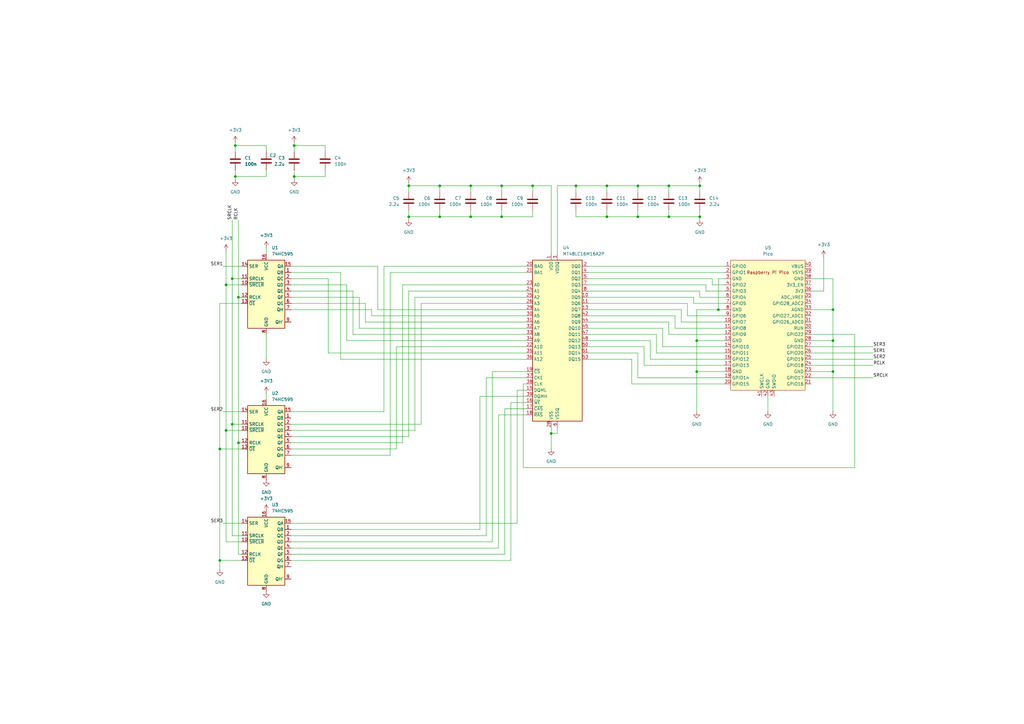
<source format=kicad_sch>
(kicad_sch (version 20231120) (generator "eeschema") (generator_version "8.0")
  (paper "A3")
  (lib_symbols
    (symbol "74xx:74HC595"
      (property "Reference" "U" (at -7.62 13.97 0))
      (property "Value" "74HC595" (at -7.62 -16.51 0))
      (symbol "74HC595_1_0"
        (pin tri_state line (at 10.16 7.62 180) (length 2.54) (name "QB") (number "1"))
        (pin input line (at -10.16 2.54 0) (length 2.54) (name "~{SRCLR}") (number "10"))
        (pin input line (at -10.16 5.08 0) (length 2.54) (name "SRCLK") (number "11"))
        (pin input line (at -10.16 -2.54 0) (length 2.54) (name "RCLK") (number "12"))
        (pin input line (at -10.16 -5.08 0) (length 2.54) (name "~{OE}") (number "13"))
        (pin input line (at -10.16 10.16 0) (length 2.54) (name "SER") (number "14"))
        (pin tri_state line (at 10.16 10.16 180) (length 2.54) (name "QA") (number "15"))
        (pin power_in line (at 0 15.24 270) (length 2.54) (name "VCC") (number "16"))
        (pin tri_state line (at 10.16 5.08 180) (length 2.54) (name "QC") (number "2"))
        (pin tri_state line (at 10.16 2.54 180) (length 2.54) (name "QD") (number "3"))
        (pin tri_state line (at 10.16 0 180) (length 2.54) (name "QE") (number "4"))
        (pin tri_state line (at 10.16 -2.54 180) (length 2.54) (name "QF") (number "5"))
        (pin tri_state line (at 10.16 -5.08 180) (length 2.54) (name "QG") (number "6"))
        (pin tri_state line (at 10.16 -7.62 180) (length 2.54) (name "QH") (number "7"))
        (pin power_in line (at 0 -17.78 90) (length 2.54) (name "GND") (number "8"))
        (pin output line (at 10.16 -12.7 180) (length 2.54) (name "QH'") (number "9"))
      )
      (symbol "74HC595_1_1"
        (rectangle (start -7.62 12.7) (end 7.62 -15.24) (stroke (width 0.254)) (fill (type background)))
      )
    )
    (symbol "Device:C" (pin_numbers hide) (pin_names (offset 0.254))
      (property "Reference" "C" (at 0.635 2.54 0))
      (property "Value" "C" (at 0.635 -2.54 0))
      (symbol "C_0_1"
        (polyline (pts (xy -2.032 -0.762) (xy 2.032 -0.762)) (stroke (width 0.508)))
        (polyline (pts (xy -2.032 0.762) (xy 2.032 0.762)) (stroke (width 0.508)))
      )
      (symbol "C_1_1"
        (pin passive line (at 0 3.81 270) (length 2.794) (name "~") (number "1"))
        (pin passive line (at 0 -3.81 90) (length 2.794) (name "~") (number "2"))
      )
    )
    (symbol "MCU_RaspberryPi_and_Boards:Pico"
      (property "Reference" "U" (at -13.97 27.94 0))
      (property "Value" "Pico" (at 0 19.05 0))
      (symbol "Pico_0_0"
        (text "Raspberry Pi Pico" (at 0 21.59 0) (effects (font (size 1.27 1.27))))
      )
      (symbol "Pico_0_1"
        (rectangle (start -15.24 26.67) (end 15.24 -26.67) (fill (type background)))
      )
      (symbol "Pico_1_1"
        (pin bidirectional line (at -17.78 24.13 0) (length 2.54) (name "GPIO0") (number "1"))
        (pin bidirectional line (at -17.78 1.27 0) (length 2.54) (name "GPIO7") (number "10"))
        (pin bidirectional line (at -17.78 -1.27 0) (length 2.54) (name "GPIO8") (number "11"))
        (pin bidirectional line (at -17.78 -3.81 0) (length 2.54) (name "GPIO9") (number "12"))
        (pin power_in line (at -17.78 -6.35 0) (length 2.54) (name "GND") (number "13"))
        (pin bidirectional line (at -17.78 -8.89 0) (length 2.54) (name "GPIO10") (number "14"))
        (pin bidirectional line (at -17.78 -11.43 0) (length 2.54) (name "GPIO11") (number "15"))
        (pin bidirectional line (at -17.78 -13.97 0) (length 2.54) (name "GPIO12") (number "16"))
        (pin bidirectional line (at -17.78 -16.51 0) (length 2.54) (name "GPIO13") (number "17"))
        (pin power_in line (at -17.78 -19.05 0) (length 2.54) (name "GND") (number "18"))
        (pin bidirectional line (at -17.78 -21.59 0) (length 2.54) (name "GPIO14") (number "19"))
        (pin bidirectional line (at -17.78 21.59 0) (length 2.54) (name "GPIO1") (number "2"))
        (pin bidirectional line (at -17.78 -24.13 0) (length 2.54) (name "GPIO15") (number "20"))
        (pin bidirectional line (at 17.78 -24.13 180) (length 2.54) (name "GPIO16") (number "21"))
        (pin bidirectional line (at 17.78 -21.59 180) (length 2.54) (name "GPIO17") (number "22"))
        (pin power_in line (at 17.78 -19.05 180) (length 2.54) (name "GND") (number "23"))
        (pin bidirectional line (at 17.78 -16.51 180) (length 2.54) (name "GPIO18") (number "24"))
        (pin bidirectional line (at 17.78 -13.97 180) (length 2.54) (name "GPIO19") (number "25"))
        (pin bidirectional line (at 17.78 -11.43 180) (length 2.54) (name "GPIO20") (number "26"))
        (pin bidirectional line (at 17.78 -8.89 180) (length 2.54) (name "GPIO21") (number "27"))
        (pin power_in line (at 17.78 -6.35 180) (length 2.54) (name "GND") (number "28"))
        (pin bidirectional line (at 17.78 -3.81 180) (length 2.54) (name "GPIO22") (number "29"))
        (pin power_in line (at -17.78 19.05 0) (length 2.54) (name "GND") (number "3"))
        (pin input line (at 17.78 -1.27 180) (length 2.54) (name "RUN") (number "30"))
        (pin bidirectional line (at 17.78 1.27 180) (length 2.54) (name "GPIO26_ADC0") (number "31"))
        (pin bidirectional line (at 17.78 3.81 180) (length 2.54) (name "GPIO27_ADC1") (number "32"))
        (pin power_in line (at 17.78 6.35 180) (length 2.54) (name "AGND") (number "33"))
        (pin bidirectional line (at 17.78 8.89 180) (length 2.54) (name "GPIO28_ADC2") (number "34"))
        (pin power_in line (at 17.78 11.43 180) (length 2.54) (name "ADC_VREF") (number "35"))
        (pin power_in line (at 17.78 13.97 180) (length 2.54) (name "3V3") (number "36"))
        (pin input line (at 17.78 16.51 180) (length 2.54) (name "3V3_EN") (number "37"))
        (pin bidirectional line (at 17.78 19.05 180) (length 2.54) (name "GND") (number "38"))
        (pin power_in line (at 17.78 21.59 180) (length 2.54) (name "VSYS") (number "39"))
        (pin bidirectional line (at -17.78 16.51 0) (length 2.54) (name "GPIO2") (number "4"))
        (pin power_in line (at 17.78 24.13 180) (length 2.54) (name "VBUS") (number "40"))
        (pin input line (at -2.54 -29.21 90) (length 2.54) (name "SWCLK") (number "41"))
        (pin power_in line (at 0 -29.21 90) (length 2.54) (name "GND") (number "42"))
        (pin bidirectional line (at 2.54 -29.21 90) (length 2.54) (name "SWDIO") (number "43"))
        (pin bidirectional line (at -17.78 13.97 0) (length 2.54) (name "GPIO3") (number "5"))
        (pin bidirectional line (at -17.78 11.43 0) (length 2.54) (name "GPIO4") (number "6"))
        (pin bidirectional line (at -17.78 8.89 0) (length 2.54) (name "GPIO5") (number "7"))
        (pin power_in line (at -17.78 6.35 0) (length 2.54) (name "GND") (number "8"))
        (pin bidirectional line (at -17.78 3.81 0) (length 2.54) (name "GPIO6") (number "9"))
      )
    )
    (symbol "Memory_RAM:MT48LC16M16A2P"
      (property "Reference" "U" (at -8.89 34.29 0))
      (property "Value" "MT48LC16M16A2P" (at 8.89 34.29 0))
      (symbol "MT48LC16M16A2P_0_1"
        (rectangle (start -10.16 33.02) (end 10.16 -33.02) (stroke (width 0.254)) (fill (type background)))
      )
      (symbol "MT48LC16M16A2P_1_1"
        (pin power_in line (at -2.54 35.56 270) (length 2.54) (name "VDD") (number "1"))
        (pin bidirectional line (at 12.7 17.78 180) (length 2.54) (name "DQ5") (number "10"))
        (pin bidirectional line (at 12.7 15.24 180) (length 2.54) (name "DQ6") (number "11"))
        (pin passive line (at 0 -35.56 90) (length 2.54) hide (name "VSSQ") (number "12"))
        (pin bidirectional line (at 12.7 12.7 180) (length 2.54) (name "DQ7") (number "13"))
        (pin passive line (at -2.54 35.56 270) (length 2.54) hide (name "VDD") (number "14"))
        (pin input line (at -12.7 -20.32 0) (length 2.54) (name "DQML") (number "15"))
        (pin input line (at -12.7 -25.4 0) (length 2.54) (name "~{WE}") (number "16"))
        (pin input line (at -12.7 -27.94 0) (length 2.54) (name "~{CAS}") (number "17"))
        (pin input line (at -12.7 -30.48 0) (length 2.54) (name "~{RAS}") (number "18"))
        (pin input line (at -12.7 -12.7 0) (length 2.54) (name "~{CS}") (number "19"))
        (pin bidirectional line (at 12.7 30.48 180) (length 2.54) (name "DQ0") (number "2"))
        (pin input line (at -12.7 30.48 0) (length 2.54) (name "BA0") (number "20"))
        (pin input line (at -12.7 27.94 0) (length 2.54) (name "BA1") (number "21"))
        (pin input line (at -12.7 -2.54 0) (length 2.54) (name "A10") (number "22"))
        (pin input line (at -12.7 22.86 0) (length 2.54) (name "A0") (number "23"))
        (pin input line (at -12.7 20.32 0) (length 2.54) (name "A1") (number "24"))
        (pin input line (at -12.7 17.78 0) (length 2.54) (name "A2") (number "25"))
        (pin input line (at -12.7 15.24 0) (length 2.54) (name "A3") (number "26"))
        (pin passive line (at -2.54 35.56 270) (length 2.54) hide (name "VDD") (number "27"))
        (pin power_in line (at -2.54 -35.56 90) (length 2.54) (name "VSS") (number "28"))
        (pin input line (at -12.7 12.7 0) (length 2.54) (name "A4") (number "29"))
        (pin power_in line (at 0 35.56 270) (length 2.54) (name "VDDQ") (number "3"))
        (pin input line (at -12.7 10.16 0) (length 2.54) (name "A5") (number "30"))
        (pin input line (at -12.7 7.62 0) (length 2.54) (name "A6") (number "31"))
        (pin input line (at -12.7 5.08 0) (length 2.54) (name "A7") (number "32"))
        (pin input line (at -12.7 2.54 0) (length 2.54) (name "A8") (number "33"))
        (pin input line (at -12.7 0 0) (length 2.54) (name "A9") (number "34"))
        (pin input line (at -12.7 -5.08 0) (length 2.54) (name "A11") (number "35"))
        (pin input line (at -12.7 -7.62 0) (length 2.54) (name "A12") (number "36"))
        (pin input line (at -12.7 -15.24 0) (length 2.54) (name "CKE") (number "37"))
        (pin input line (at -12.7 -17.78 0) (length 2.54) (name "CLK") (number "38"))
        (pin input line (at -12.7 -22.86 0) (length 2.54) (name "DQMH") (number "39"))
        (pin bidirectional line (at 12.7 27.94 180) (length 2.54) (name "DQ1") (number "4"))
        (pin no_connect line (at 10.16 -20.32 180) (length 2.54) hide (name "NC") (number "40"))
        (pin passive line (at -2.54 -35.56 90) (length 2.54) hide (name "VSS") (number "41"))
        (pin bidirectional line (at 12.7 10.16 180) (length 2.54) (name "DQ8") (number "42"))
        (pin passive line (at 0 35.56 270) (length 2.54) hide (name "VDDQ") (number "43"))
        (pin bidirectional line (at 12.7 7.62 180) (length 2.54) (name "DQ9") (number "44"))
        (pin bidirectional line (at 12.7 5.08 180) (length 2.54) (name "DQ10") (number "45"))
        (pin passive line (at 0 -35.56 90) (length 2.54) hide (name "VSSQ") (number "46"))
        (pin bidirectional line (at 12.7 2.54 180) (length 2.54) (name "DQ11") (number "47"))
        (pin bidirectional line (at 12.7 0 180) (length 2.54) (name "DQ12") (number "48"))
        (pin passive line (at 0 35.56 270) (length 2.54) hide (name "VDDQ") (number "49"))
        (pin bidirectional line (at 12.7 25.4 180) (length 2.54) (name "DQ2") (number "5"))
        (pin bidirectional line (at 12.7 -2.54 180) (length 2.54) (name "DQ13") (number "50"))
        (pin bidirectional line (at 12.7 -5.08 180) (length 2.54) (name "DQ14") (number "51"))
        (pin passive line (at 0 -35.56 90) (length 2.54) hide (name "VSSQ") (number "52"))
        (pin bidirectional line (at 12.7 -7.62 180) (length 2.54) (name "DQ15") (number "53"))
        (pin passive line (at -2.54 -35.56 90) (length 2.54) hide (name "VSS") (number "54"))
        (pin power_in line (at 0 -35.56 90) (length 2.54) (name "VSSQ") (number "6"))
        (pin bidirectional line (at 12.7 22.86 180) (length 2.54) (name "DQ3") (number "7"))
        (pin bidirectional line (at 12.7 20.32 180) (length 2.54) (name "DQ4") (number "8"))
        (pin passive line (at 0 35.56 270) (length 2.54) hide (name "VDDQ") (number "9"))
      )
    )
    (symbol "power:+3V3" (power) (pin_numbers hide) (pin_names (offset 0) hide)
      (property "Value" "+3V3" (at 0 3.556 0))
      (symbol "+3V3_0_1"
        (polyline (pts (xy -0.762 1.27) (xy 0 2.54)))
        (polyline (pts (xy 0 0) (xy 0 2.54)))
        (polyline (pts (xy 0 2.54) (xy 0.762 1.27)))
      )
      (symbol "+3V3_1_1"
        (pin power_in line (at 0 0 90) (length 0) (name "~") (number "1"))
      )
    )
    (symbol "power:GND" (power) (pin_numbers hide) (pin_names (offset 0) hide)
      (property "Value" "GND" (at 0 -3.81 0))
      (symbol "GND_0_1"
        (polyline (pts (xy 0 0) (xy 0 -1.27) (xy 1.27 -1.27) (xy 0 -2.54) (xy -1.27 -1.27) (xy 0 -1.27)))
      )
      (symbol "GND_1_1"
        (pin power_in line (at 0 0 270) (length 0) (name "~") (number "1"))
      )
    )
  )
  (junction (at 341.63 139.7))
  (junction (at 193.04 76.2))
  (junction (at 261.62 88.9))
  (junction (at 274.32 76.2))
  (junction (at 90.17 229.87))
  (junction (at 341.63 127))
  (junction (at 92.71 176.53))
  (junction (at 120.65 72.39))
  (junction (at 120.65 59.69))
  (junction (at 193.04 88.9))
  (junction (at 261.62 76.2))
  (junction (at 90.17 184.15))
  (junction (at 274.32 88.9))
  (junction (at 96.52 72.39))
  (junction (at 167.64 88.9))
  (junction (at 236.22 76.2))
  (junction (at 92.71 116.84))
  (junction (at 287.02 88.9))
  (junction (at 285.75 152.4))
  (junction (at 167.64 76.2))
  (junction (at 180.34 88.9))
  (junction (at 205.74 88.9))
  (junction (at 226.06 177.8))
  (junction (at 248.92 88.9))
  (junction (at 97.79 121.92))
  (junction (at 248.92 76.2))
  (junction (at 95.25 114.3))
  (junction (at 96.52 59.69))
  (junction (at 341.63 152.4))
  (junction (at 287.02 76.2))
  (junction (at 285.75 139.7))
  (junction (at 205.74 76.2))
  (junction (at 294.64 127))
  (junction (at 95.25 173.99))
  (junction (at 218.44 76.2))
  (junction (at 180.34 76.2))
  (junction (at 97.79 181.61))
  (wire (pts (xy 215.9 157.48) (xy 214.63 157.48)))
  (wire (pts (xy 170.18 121.92) (xy 215.9 121.92)))
  (wire (pts (xy 358.14 144.78) (xy 332.74 144.78)))
  (wire (pts (xy 261.62 78.74) (xy 261.62 76.2)))
  (wire (pts (xy 134.62 114.3) (xy 134.62 144.78)))
  (wire (pts (xy 160.02 111.76) (xy 160.02 186.69)))
  (wire (pts (xy 205.74 76.2) (xy 205.74 78.74)))
  (wire (pts (xy 297.18 119.38) (xy 289.56 119.38)))
  (wire (pts (xy 215.9 160.02) (xy 212.09 160.02)))
  (wire (pts (xy 167.64 86.36) (xy 167.64 88.9)))
  (wire (pts (xy 119.38 222.25) (xy 201.93 222.25)))
  (wire (pts (xy 228.6 177.8) (xy 226.06 177.8)))
  (wire (pts (xy 215.9 170.18) (xy 204.47 170.18)))
  (wire (pts (xy 212.09 214.63) (xy 119.38 214.63)))
  (wire (pts (xy 157.48 168.91) (xy 157.48 109.22)))
  (wire (pts (xy 120.65 69.85) (xy 120.65 72.39)))
  (wire (pts (xy 109.22 72.39) (xy 109.22 69.85)))
  (wire (pts (xy 97.79 90.17) (xy 97.79 121.92)))
  (wire (pts (xy 241.3 109.22) (xy 297.18 109.22)))
  (wire (pts (xy 99.06 222.25) (xy 92.71 222.25)))
  (wire (pts (xy 119.38 227.33) (xy 207.01 227.33)))
  (wire (pts (xy 91.44 109.22) (xy 99.06 109.22)))
  (wire (pts (xy 96.52 58.42) (xy 96.52 59.69)))
  (wire (pts (xy 287.02 78.74) (xy 287.02 76.2)))
  (wire (pts (xy 215.9 154.94) (xy 199.39 154.94)))
  (wire (pts (xy 96.52 69.85) (xy 96.52 72.39)))
  (wire (pts (xy 160.02 186.69) (xy 119.38 186.69)))
  (wire (pts (xy 297.18 149.86) (xy 264.16 149.86)))
  (wire (pts (xy 274.32 88.9) (xy 261.62 88.9)))
  (wire (pts (xy 241.3 124.46) (xy 281.94 124.46)))
  (wire (pts (xy 207.01 167.64) (xy 215.9 167.64)))
  (wire (pts (xy 215.9 127) (xy 154.94 127)))
  (wire (pts (xy 287.02 86.36) (xy 287.02 88.9)))
  (wire (pts (xy 341.63 152.4) (xy 341.63 168.91)))
  (wire (pts (xy 266.7 139.7) (xy 266.7 147.32)))
  (wire (pts (xy 287.02 119.38) (xy 287.02 121.92)))
  (wire (pts (xy 285.75 152.4) (xy 285.75 168.91)))
  (wire (pts (xy 332.74 152.4) (xy 341.63 152.4)))
  (wire (pts (xy 119.38 168.91) (xy 157.48 168.91)))
  (wire (pts (xy 297.18 137.16) (xy 274.32 137.16)))
  (wire (pts (xy 149.86 124.46) (xy 149.86 132.08)))
  (wire (pts (xy 196.85 162.56) (xy 196.85 217.17)))
  (wire (pts (xy 172.72 173.99) (xy 119.38 173.99)))
  (wire (pts (xy 97.79 227.33) (xy 97.79 181.61)))
  (wire (pts (xy 205.74 76.2) (xy 193.04 76.2)))
  (wire (pts (xy 228.6 76.2) (xy 236.22 76.2)))
  (wire (pts (xy 92.71 116.84) (xy 92.71 176.53)))
  (wire (pts (xy 139.7 147.32) (xy 139.7 111.76)))
  (wire (pts (xy 204.47 224.79) (xy 119.38 224.79)))
  (wire (pts (xy 218.44 78.74) (xy 218.44 76.2)))
  (wire (pts (xy 119.38 176.53) (xy 170.18 176.53)))
  (wire (pts (xy 154.94 109.22) (xy 119.38 109.22)))
  (wire (pts (xy 241.3 129.54) (xy 276.86 129.54)))
  (wire (pts (xy 236.22 78.74) (xy 236.22 76.2)))
  (wire (pts (xy 337.82 105.41) (xy 337.82 119.38)))
  (wire (pts (xy 180.34 78.74) (xy 180.34 76.2)))
  (wire (pts (xy 199.39 219.71) (xy 119.38 219.71)))
  (wire (pts (xy 162.56 184.15) (xy 162.56 142.24)))
  (wire (pts (xy 264.16 149.86) (xy 264.16 142.24)))
  (wire (pts (xy 215.9 137.16) (xy 144.78 137.16)))
  (wire (pts (xy 139.7 111.76) (xy 119.38 111.76)))
  (wire (pts (xy 96.52 72.39) (xy 96.52 73.66)))
  (wire (pts (xy 341.63 139.7) (xy 341.63 152.4)))
  (wire (pts (xy 201.93 222.25) (xy 201.93 152.4)))
  (wire (pts (xy 241.3 116.84) (xy 289.56 116.84)))
  (wire (pts (xy 241.3 114.3) (xy 292.1 114.3)))
  (wire (pts (xy 193.04 76.2) (xy 180.34 76.2)))
  (wire (pts (xy 120.65 62.23) (xy 120.65 59.69)))
  (wire (pts (xy 144.78 119.38) (xy 119.38 119.38)))
  (wire (pts (xy 167.64 74.93) (xy 167.64 76.2)))
  (wire (pts (xy 285.75 127) (xy 294.64 127)))
  (wire (pts (xy 99.06 184.15) (xy 90.17 184.15)))
  (wire (pts (xy 248.92 76.2) (xy 248.92 78.74)))
  (wire (pts (xy 92.71 102.87) (xy 92.71 116.84)))
  (wire (pts (xy 205.74 86.36) (xy 205.74 88.9)))
  (wire (pts (xy 180.34 88.9) (xy 193.04 88.9)))
  (wire (pts (xy 241.3 119.38) (xy 287.02 119.38)))
  (wire (pts (xy 241.3 111.76) (xy 297.18 111.76)))
  (wire (pts (xy 274.32 137.16) (xy 274.32 132.08)))
  (wire (pts (xy 167.64 78.74) (xy 167.64 76.2)))
  (wire (pts (xy 297.18 132.08) (xy 279.4 132.08)))
  (wire (pts (xy 96.52 59.69) (xy 109.22 59.69)))
  (wire (pts (xy 92.71 176.53) (xy 92.71 222.25)))
  (wire (pts (xy 99.06 121.92) (xy 97.79 121.92)))
  (wire (pts (xy 91.44 168.91) (xy 99.06 168.91)))
  (wire (pts (xy 96.52 62.23) (xy 96.52 59.69)))
  (wire (pts (xy 287.02 121.92) (xy 297.18 121.92)))
  (wire (pts (xy 259.08 157.48) (xy 297.18 157.48)))
  (wire (pts (xy 271.78 134.62) (xy 271.78 142.24)))
  (wire (pts (xy 287.02 88.9) (xy 287.02 90.17)))
  (wire (pts (xy 226.06 76.2) (xy 218.44 76.2)))
  (wire (pts (xy 314.96 162.56) (xy 314.96 168.91)))
  (wire (pts (xy 172.72 124.46) (xy 172.72 173.99)))
  (wire (pts (xy 95.25 219.71) (xy 95.25 173.99)))
  (wire (pts (xy 109.22 161.29) (xy 109.22 163.83)))
  (wire (pts (xy 119.38 116.84) (xy 142.24 116.84)))
  (wire (pts (xy 264.16 142.24) (xy 241.3 142.24)))
  (wire (pts (xy 287.02 76.2) (xy 274.32 76.2)))
  (wire (pts (xy 297.18 139.7) (xy 285.75 139.7)))
  (wire (pts (xy 167.64 88.9) (xy 180.34 88.9)))
  (wire (pts (xy 119.38 229.87) (xy 209.55 229.87)))
  (wire (pts (xy 297.18 144.78) (xy 269.24 144.78)))
  (wire (pts (xy 209.55 165.1) (xy 215.9 165.1)))
  (wire (pts (xy 285.75 139.7) (xy 285.75 152.4)))
  (wire (pts (xy 284.48 124.46) (xy 284.48 121.92)))
  (wire (pts (xy 215.9 134.62) (xy 147.32 134.62)))
  (wire (pts (xy 167.64 119.38) (xy 167.64 179.07)))
  (wire (pts (xy 248.92 76.2) (xy 261.62 76.2)))
  (wire (pts (xy 281.94 124.46) (xy 281.94 129.54)))
  (wire (pts (xy 228.6 104.14) (xy 228.6 76.2)))
  (wire (pts (xy 218.44 76.2) (xy 205.74 76.2)))
  (wire (pts (xy 266.7 147.32) (xy 297.18 147.32)))
  (wire (pts (xy 214.63 191.77) (xy 350.52 191.77)))
  (wire (pts (xy 119.38 114.3) (xy 134.62 114.3)))
  (wire (pts (xy 157.48 109.22) (xy 215.9 109.22)))
  (wire (pts (xy 144.78 137.16) (xy 144.78 119.38)))
  (wire (pts (xy 297.18 114.3) (xy 294.64 114.3)))
  (wire (pts (xy 119.38 184.15) (xy 162.56 184.15)))
  (wire (pts (xy 261.62 88.9) (xy 248.92 88.9)))
  (wire (pts (xy 226.06 177.8) (xy 226.06 184.15)))
  (wire (pts (xy 294.64 114.3) (xy 294.64 127)))
  (wire (pts (xy 134.62 144.78) (xy 215.9 144.78)))
  (wire (pts (xy 91.44 214.63) (xy 99.06 214.63)))
  (wire (pts (xy 170.18 176.53) (xy 170.18 121.92)))
  (wire (pts (xy 199.39 154.94) (xy 199.39 219.71)))
  (wire (pts (xy 292.1 114.3) (xy 292.1 116.84)))
  (wire (pts (xy 162.56 142.24) (xy 215.9 142.24)))
  (wire (pts (xy 119.38 124.46) (xy 149.86 124.46)))
  (wire (pts (xy 96.52 72.39) (xy 109.22 72.39)))
  (wire (pts (xy 95.25 114.3) (xy 99.06 114.3)))
  (wire (pts (xy 99.06 124.46) (xy 90.17 124.46)))
  (wire (pts (xy 142.24 116.84) (xy 142.24 139.7)))
  (wire (pts (xy 228.6 175.26) (xy 228.6 177.8)))
  (wire (pts (xy 95.25 173.99) (xy 99.06 173.99)))
  (wire (pts (xy 274.32 132.08) (xy 241.3 132.08)))
  (wire (pts (xy 236.22 88.9) (xy 248.92 88.9)))
  (wire (pts (xy 97.79 121.92) (xy 97.79 181.61)))
  (wire (pts (xy 341.63 127) (xy 341.63 139.7)))
  (wire (pts (xy 193.04 88.9) (xy 205.74 88.9)))
  (wire (pts (xy 109.22 137.16) (xy 109.22 147.32)))
  (wire (pts (xy 350.52 191.77) (xy 350.52 137.16)))
  (wire (pts (xy 226.06 76.2) (xy 226.06 104.14)))
  (wire (pts (xy 215.9 124.46) (xy 172.72 124.46)))
  (wire (pts (xy 92.71 116.84) (xy 99.06 116.84)))
  (wire (pts (xy 209.55 229.87) (xy 209.55 165.1)))
  (wire (pts (xy 287.02 88.9) (xy 274.32 88.9)))
  (wire (pts (xy 149.86 132.08) (xy 215.9 132.08)))
  (wire (pts (xy 274.32 88.9) (xy 274.32 86.36)))
  (wire (pts (xy 154.94 127) (xy 154.94 109.22)))
  (wire (pts (xy 133.35 72.39) (xy 133.35 69.85)))
  (wire (pts (xy 167.64 76.2) (xy 180.34 76.2)))
  (wire (pts (xy 261.62 76.2) (xy 274.32 76.2)))
  (wire (pts (xy 341.63 114.3) (xy 341.63 127)))
  (wire (pts (xy 207.01 227.33) (xy 207.01 167.64)))
  (wire (pts (xy 274.32 78.74) (xy 274.32 76.2)))
  (wire (pts (xy 269.24 137.16) (xy 241.3 137.16)))
  (wire (pts (xy 332.74 154.94) (xy 358.14 154.94)))
  (wire (pts (xy 147.32 121.92) (xy 119.38 121.92)))
  (wire (pts (xy 180.34 88.9) (xy 180.34 86.36)))
  (wire (pts (xy 196.85 217.17) (xy 119.38 217.17)))
  (wire (pts (xy 241.3 134.62) (xy 271.78 134.62)))
  (wire (pts (xy 165.1 116.84) (xy 215.9 116.84)))
  (wire (pts (xy 241.3 139.7) (xy 266.7 139.7)))
  (wire (pts (xy 287.02 74.93) (xy 287.02 76.2)))
  (wire (pts (xy 281.94 129.54) (xy 297.18 129.54)))
  (wire (pts (xy 218.44 86.36) (xy 218.44 88.9)))
  (wire (pts (xy 120.65 59.69) (xy 133.35 59.69)))
  (wire (pts (xy 261.62 86.36) (xy 261.62 88.9)))
  (wire (pts (xy 350.52 137.16) (xy 332.74 137.16)))
  (wire (pts (xy 332.74 127) (xy 341.63 127)))
  (wire (pts (xy 358.14 142.24) (xy 332.74 142.24)))
  (wire (pts (xy 142.24 139.7) (xy 215.9 139.7)))
  (wire (pts (xy 289.56 119.38) (xy 289.56 116.84)))
  (wire (pts (xy 236.22 86.36) (xy 236.22 88.9)))
  (wire (pts (xy 261.62 154.94) (xy 297.18 154.94)))
  (wire (pts (xy 269.24 144.78) (xy 269.24 137.16)))
  (wire (pts (xy 241.3 121.92) (xy 284.48 121.92)))
  (wire (pts (xy 99.06 227.33) (xy 97.79 227.33)))
  (wire (pts (xy 90.17 229.87) (xy 90.17 233.68)))
  (wire (pts (xy 109.22 62.23) (xy 109.22 59.69)))
  (wire (pts (xy 95.25 114.3) (xy 95.25 173.99)))
  (wire (pts (xy 109.22 101.6) (xy 109.22 104.14)))
  (wire (pts (xy 90.17 124.46) (xy 90.17 184.15)))
  (wire (pts (xy 285.75 152.4) (xy 297.18 152.4)))
  (wire (pts (xy 276.86 134.62) (xy 297.18 134.62)))
  (wire (pts (xy 259.08 147.32) (xy 241.3 147.32)))
  (wire (pts (xy 259.08 147.32) (xy 259.08 157.48)))
  (wire (pts (xy 215.9 162.56) (xy 196.85 162.56)))
  (wire (pts (xy 201.93 152.4) (xy 215.9 152.4)))
  (wire (pts (xy 147.32 134.62) (xy 147.32 121.92)))
  (wire (pts (xy 90.17 184.15) (xy 90.17 229.87)))
  (wire (pts (xy 261.62 144.78) (xy 261.62 154.94)))
  (wire (pts (xy 99.06 229.87) (xy 90.17 229.87)))
  (wire (pts (xy 120.65 72.39) (xy 133.35 72.39)))
  (wire (pts (xy 226.06 175.26) (xy 226.06 177.8)))
  (wire (pts (xy 337.82 119.38) (xy 332.74 119.38)))
  (wire (pts (xy 97.79 181.61) (xy 99.06 181.61)))
  (wire (pts (xy 215.9 119.38) (xy 167.64 119.38)))
  (wire (pts (xy 204.47 170.18) (xy 204.47 224.79)))
  (wire (pts (xy 167.64 179.07) (xy 119.38 179.07)))
  (wire (pts (xy 95.25 90.17) (xy 95.25 114.3)))
  (wire (pts (xy 248.92 86.36) (xy 248.92 88.9)))
  (wire (pts (xy 99.06 176.53) (xy 92.71 176.53)))
  (wire (pts (xy 152.4 129.54) (xy 152.4 127)))
  (wire (pts (xy 167.64 88.9) (xy 167.64 90.17)))
  (wire (pts (xy 279.4 132.08) (xy 279.4 127)))
  (wire (pts (xy 193.04 86.36) (xy 193.04 88.9)))
  (wire (pts (xy 276.86 129.54) (xy 276.86 134.62)))
  (wire (pts (xy 215.9 147.32) (xy 139.7 147.32)))
  (wire (pts (xy 99.06 219.71) (xy 95.25 219.71)))
  (wire (pts (xy 218.44 88.9) (xy 205.74 88.9)))
  (wire (pts (xy 292.1 116.84) (xy 297.18 116.84)))
  (wire (pts (xy 160.02 111.76) (xy 215.9 111.76)))
  (wire (pts (xy 120.65 58.42) (xy 120.65 59.69)))
  (wire (pts (xy 358.14 149.86) (xy 332.74 149.86)))
  (wire (pts (xy 120.65 72.39) (xy 120.65 73.66)))
  (wire (pts (xy 241.3 127) (xy 279.4 127)))
  (wire (pts (xy 332.74 114.3) (xy 341.63 114.3)))
  (wire (pts (xy 152.4 127) (xy 119.38 127)))
  (wire (pts (xy 241.3 144.78) (xy 261.62 144.78)))
  (wire (pts (xy 165.1 181.61) (xy 165.1 116.84)))
  (wire (pts (xy 193.04 78.74) (xy 193.04 76.2)))
  (wire (pts (xy 133.35 62.23) (xy 133.35 59.69)))
  (wire (pts (xy 297.18 127) (xy 294.64 127)))
  (wire (pts (xy 358.14 147.32) (xy 332.74 147.32)))
  (wire (pts (xy 332.74 139.7) (xy 341.63 139.7)))
  (wire (pts (xy 285.75 127) (xy 285.75 139.7)))
  (wire (pts (xy 215.9 129.54) (xy 152.4 129.54)))
  (wire (pts (xy 212.09 160.02) (xy 212.09 214.63)))
  (wire (pts (xy 236.22 76.2) (xy 248.92 76.2)))
  (wire (pts (xy 297.18 124.46) (xy 284.48 124.46)))
  (wire (pts (xy 214.63 157.48) (xy 214.63 191.77)))
  (wire (pts (xy 271.78 142.24) (xy 297.18 142.24)))
  (wire (pts (xy 119.38 181.61) (xy 165.1 181.61)))
  (label "SER2" (at 358.14 147.32 0))
  (label "SRCLK" (at 358.14 154.94 0))
  (label "SER2" (at 91.44 168.91 180))
  (label "SER1" (at 91.44 109.22 180))
  (label "RCLK" (at 97.79 90.17 90))
  (label "SER3" (at 358.14 142.24 0))
  (label "SRCLK" (at 95.25 90.17 90))
  (label "SER3" (at 91.44 214.63 180))
  (label "SER1" (at 358.14 144.78 0))
  (label "RCLK" (at 358.14 149.86 0))
  (symbol (lib_id "Device:C") (at 167.64 82.55 0) (mirror y) (unit 1)
    (property "Reference" "C5" (at 163.83 81.2799 0) (effects (justify left)))
    (property "Value" "2.2u" (at 163.83 83.8199 0) (effects (justify left)))
    (property "Footprint" "Capacitor_SMD:C_0805_2012Metric_Pad1.18x1.45mm_HandSolder" (effects (hide yes)))
    (property "Description" "Unpolarized capacitor" (effects (hide yes)))
  )
  (symbol (lib_id "power:GND") (at 120.65 73.66 0) (unit 1)
    (property "Reference" "#PWR012" (effects (hide yes)))
    (property "Value" "GND" (at 120.65 78.74 0))
    (property "Description" "Power symbol creates a global label with name \"GND\" , ground" (effects (hide yes)))
  )
  (symbol (lib_id "Device:C") (at 218.44 82.55 0) (mirror y) (unit 1)
    (property "Reference" "C9" (at 214.63 81.2799 0) (effects (justify left)))
    (property "Value" "100n" (at 214.63 83.8199 0) (effects (justify left)))
    (property "Footprint" "Capacitor_SMD:C_0805_2012Metric_Pad1.18x1.45mm_HandSolder" (effects (hide yes)))
    (property "Description" "Unpolarized capacitor" (effects (hide yes)))
  )
  (symbol (lib_id "power:GND") (at 226.06 184.15 0) (unit 1)
    (property "Reference" "#PWR015" (effects (hide yes)))
    (property "Value" "GND" (at 226.06 189.23 0))
    (property "Description" "Power symbol creates a global label with name \"GND\" , ground" (effects (hide yes)))
  )
  (symbol (lib_id "power:GND") (at 341.63 168.91 0) (unit 1)
    (property "Reference" "#PWR021" (effects (hide yes)))
    (property "Value" "GND" (at 341.63 173.99 0))
    (property "Description" "Power symbol creates a global label with name \"GND\" , ground" (effects (hide yes)))
  )
  (symbol (lib_id "power:+3V3") (at 109.22 101.6 0) (unit 1)
    (property "Reference" "#PWR05" (effects (hide yes)))
    (property "Value" "+3V3" (at 109.22 96.52 0))
    (property "Description" "Power symbol creates a global label with name \"+3V3\"" (effects (hide yes)))
  )
  (symbol (lib_id "Device:C") (at 193.04 82.55 0) (mirror y) (unit 1)
    (property "Reference" "C7" (at 189.23 81.2799 0) (effects (justify left)))
    (property "Value" "100n" (at 189.23 83.8199 0) (effects (justify left)))
    (property "Footprint" "Capacitor_SMD:C_0805_2012Metric_Pad1.18x1.45mm_HandSolder" (effects (hide yes)))
    (property "Description" "Unpolarized capacitor" (effects (hide yes)))
  )
  (symbol (lib_id "power:GND") (at 109.22 242.57 0) (unit 1)
    (property "Reference" "#PWR010" (effects (hide yes)))
    (property "Value" "GND" (at 109.22 247.65 0))
    (property "Description" "Power symbol creates a global label with name \"GND\" , ground" (effects (hide yes)))
  )
  (symbol (lib_id "74xx:74HC595") (at 109.22 224.79 0) (unit 1)
    (property "Reference" "U3" (at 111.4141 207.01 0) (effects (justify left)))
    (property "Value" "74HC595" (at 111.4141 209.55 0) (effects (justify left)))
    (property "Footprint" "Package_SO:TSSOP-16_4.4x5mm_P0.65mm" (effects (hide yes)))
    (property "Datasheet" "http://www.ti.com/lit/ds/symlink/sn74hc595.pdf" (effects (hide yes)))
    (property "Description" "8-bit serial in/out Shift Register 3-State Outputs" (effects (hide yes)))
  )
  (symbol (lib_id "Device:C") (at 180.34 82.55 0) (mirror y) (unit 1)
    (property "Reference" "C6" (at 176.53 81.2799 0) (effects (justify left)))
    (property "Value" "100n" (at 176.53 83.8199 0) (effects (justify left)))
    (property "Footprint" "Capacitor_SMD:C_0805_2012Metric_Pad1.18x1.45mm_HandSolder" (effects (hide yes)))
    (property "Description" "Unpolarized capacitor" (effects (hide yes)))
  )
  (symbol (lib_id "Device:C") (at 109.22 66.04 0) (mirror y) (unit 1)
    (property "Reference" "C2" (at 113.284 63.754 0) (effects (justify left)))
    (property "Value" "100n" (at 105.41 67.3099 0) (effects (justify left)))
    (property "Footprint" "Capacitor_SMD:C_0805_2012Metric_Pad1.18x1.45mm_HandSolder" (effects (hide yes)))
    (property "Description" "Unpolarized capacitor" (effects (hide yes)))
  )
  (symbol (lib_id "power:GND") (at 285.75 168.91 0) (unit 1)
    (property "Reference" "#PWR016" (effects (hide yes)))
    (property "Value" "GND" (at 285.75 173.99 0))
    (property "Description" "Power symbol creates a global label with name \"GND\" , ground" (effects (hide yes)))
  )
  (symbol (lib_id "Device:C") (at 236.22 82.55 0) (unit 1)
    (property "Reference" "C10" (at 240.03 81.2799 0) (effects (justify left)))
    (property "Value" "100n" (at 240.03 83.8199 0) (effects (justify left)))
    (property "Footprint" "Capacitor_SMD:C_0805_2012Metric_Pad1.18x1.45mm_HandSolder" (effects (hide yes)))
    (property "Description" "Unpolarized capacitor" (effects (hide yes)))
  )
  (symbol (lib_id "power:GND") (at 96.52 73.66 0) (unit 1)
    (property "Reference" "#PWR04" (effects (hide yes)))
    (property "Value" "GND" (at 96.52 78.74 0))
    (property "Description" "Power symbol creates a global label with name \"GND\" , ground" (effects (hide yes)))
  )
  (symbol (lib_id "Memory_RAM:MT48LC16M16A2P") (at 228.6 139.7 0) (unit 1)
    (property "Reference" "U4" (at 230.7941 101.6 0) (effects (justify left)))
    (property "Value" "MT48LC16M16A2P" (at 230.7941 104.14 0) (effects (justify left)))
    (property "Footprint" "Package_SO:TSOP-II-54_22.2x10.16mm_P0.8mm" (effects (hide yes)))
    (property "Datasheet" "https://www.micron.com/-/media/client/global/documents/products/data-sheet/dram/256mb_sdr.pdf" (effects (hide yes)))
    (property "Description" "256M – (16M x 16 bit) Synchronous DRAM (SDRAM), TSOP-II-54" (effects (hide yes)))
  )
  (symbol (lib_id "power:GND") (at 109.22 196.85 0) (unit 1)
    (property "Reference" "#PWR08" (effects (hide yes)))
    (property "Value" "GND" (at 109.22 201.93 0))
    (property "Description" "Power symbol creates a global label with name \"GND\" , ground" (effects (hide yes)))
  )
  (symbol (lib_id "Device:C") (at 248.92 82.55 0) (unit 1)
    (property "Reference" "C11" (at 252.73 81.2799 0) (effects (justify left)))
    (property "Value" "100n" (at 252.73 83.8199 0) (effects (justify left)))
    (property "Footprint" "Capacitor_SMD:C_0805_2012Metric_Pad1.18x1.45mm_HandSolder" (effects (hide yes)))
    (property "Description" "Unpolarized capacitor" (effects (hide yes)))
  )
  (symbol (lib_id "Device:C") (at 133.35 66.04 0) (mirror y) (unit 1)
    (property "Reference" "C4" (at 137.16 64.7699 0) (effects (justify right)))
    (property "Value" "100n" (at 137.16 67.3099 0) (effects (justify right)))
    (property "Footprint" "Capacitor_SMD:C_0805_2012Metric_Pad1.18x1.45mm_HandSolder" (effects (hide yes)))
    (property "Description" "Unpolarized capacitor" (effects (hide yes)))
  )
  (symbol (lib_id "power:+3V3") (at 96.52 58.42 0) (mirror y) (unit 1)
    (property "Reference" "#PWR03" (effects (hide yes)))
    (property "Value" "+3V3" (at 96.52 53.34 0))
    (property "Description" "Power symbol creates a global label with name \"+3V3\"" (effects (hide yes)))
  )
  (symbol (lib_id "power:+3V3") (at 109.22 209.55 0) (unit 1)
    (property "Reference" "#PWR09" (effects (hide yes)))
    (property "Value" "+3V3" (at 109.22 204.47 0))
    (property "Description" "Power symbol creates a global label with name \"+3V3\"" (effects (hide yes)))
  )
  (symbol (lib_id "power:+3V3") (at 167.64 74.93 0) (mirror y) (unit 1)
    (property "Reference" "#PWR013" (effects (hide yes)))
    (property "Value" "+3V3" (at 167.64 69.85 0))
    (property "Description" "Power symbol creates a global label with name \"+3V3\"" (effects (hide yes)))
  )
  (symbol (lib_id "power:GND") (at 287.02 90.17 0) (unit 1)
    (property "Reference" "#PWR018" (effects (hide yes)))
    (property "Value" "GND" (at 287.02 95.25 0))
    (property "Description" "Power symbol creates a global label with name \"GND\" , ground" (effects (hide yes)))
  )
  (symbol (lib_id "power:+3V3") (at 337.82 105.41 0) (unit 1)
    (property "Reference" "#PWR020" (effects (hide yes)))
    (property "Value" "+3V3" (at 337.82 100.33 0))
    (property "Description" "Power symbol creates a global label with name \"+3V3\"" (effects (hide yes)))
  )
  (symbol (lib_id "Device:C") (at 287.02 82.55 0) (unit 1)
    (property "Reference" "C14" (at 290.83 81.2799 0) (effects (justify left)))
    (property "Value" "2.2u" (at 290.83 83.8199 0) (effects (justify left)))
    (property "Footprint" "Capacitor_SMD:C_0805_2012Metric_Pad1.18x1.45mm_HandSolder" (effects (hide yes)))
    (property "Description" "Unpolarized capacitor" (effects (hide yes)))
  )
  (symbol (lib_id "power:+3V3") (at 120.65 58.42 0) (mirror y) (unit 1)
    (property "Reference" "#PWR011" (effects (hide yes)))
    (property "Value" "+3V3" (at 120.65 53.34 0))
    (property "Description" "Power symbol creates a global label with name \"+3V3\"" (effects (hide yes)))
  )
  (symbol (lib_id "power:+3V3") (at 92.71 102.87 0) (unit 1)
    (property "Reference" "#PWR02" (effects (hide yes)))
    (property "Value" "+3V3" (at 92.71 97.79 0))
    (property "Description" "Power symbol creates a global label with name \"+3V3\"" (effects (hide yes)))
  )
  (symbol (lib_id "MCU_RaspberryPi_and_Boards:Pico") (at 314.96 133.35 0) (unit 1)
    (property "Reference" "U5" (at 314.96 101.6 0))
    (property "Value" "Pico" (at 314.96 104.14 0))
    (property "Footprint" "MCU_RaspberryPi_and_Boards:RPi_Pico_SMD_TH" (effects (hide yes)))
  )
  (symbol (lib_id "Device:C") (at 96.52 66.04 0) (mirror y) (unit 1)
    (property "Reference" "C1" (at 100.33 64.7699 0) (effects (justify right)))
    (property "Value" "100n" (at 100.33 67.3099 0) (effects (justify right)))
    (property "Footprint" "Capacitor_SMD:C_0805_2012Metric_Pad1.18x1.45mm_HandSolder" (effects (hide yes)))
    (property "Description" "Unpolarized capacitor" (effects (hide yes)))
  )
  (symbol (lib_id "power:GND") (at 109.22 147.32 0) (unit 1)
    (property "Reference" "#PWR06" (effects (hide yes)))
    (property "Value" "GND" (at 109.22 152.4 0))
    (property "Description" "Power symbol creates a global label with name \"GND\" , ground" (effects (hide yes)))
  )
  (symbol (lib_id "74xx:74HC595") (at 109.22 179.07 0) (unit 1)
    (property "Reference" "U2" (at 111.4141 161.29 0) (effects (justify left)))
    (property "Value" "74HC595" (at 111.4141 163.83 0) (effects (justify left)))
    (property "Footprint" "Package_SO:TSSOP-16_4.4x5mm_P0.65mm" (effects (hide yes)))
    (property "Datasheet" "http://www.ti.com/lit/ds/symlink/sn74hc595.pdf" (effects (hide yes)))
    (property "Description" "8-bit serial in/out Shift Register 3-State Outputs" (effects (hide yes)))
  )
  (symbol (lib_id "power:GND") (at 314.96 168.91 0) (unit 1)
    (property "Reference" "#PWR019" (effects (hide yes)))
    (property "Value" "GND" (at 314.96 173.99 0))
    (property "Description" "Power symbol creates a global label with name \"GND\" , ground" (effects (hide yes)))
  )
  (symbol (lib_id "Device:C") (at 261.62 82.55 0) (unit 1)
    (property "Reference" "C12" (at 265.43 81.2799 0) (effects (justify left)))
    (property "Value" "100n" (at 265.43 83.8199 0) (effects (justify left)))
    (property "Footprint" "Capacitor_SMD:C_0805_2012Metric_Pad1.18x1.45mm_HandSolder" (effects (hide yes)))
    (property "Description" "Unpolarized capacitor" (effects (hide yes)))
  )
  (symbol (lib_id "power:+3V3") (at 287.02 74.93 0) (unit 1)
    (property "Reference" "#PWR017" (effects (hide yes)))
    (property "Value" "+3V3" (at 287.02 69.85 0))
    (property "Description" "Power symbol creates a global label with name \"+3V3\"" (effects (hide yes)))
  )
  (symbol (lib_id "power:+3V3") (at 109.22 161.29 0) (unit 1)
    (property "Reference" "#PWR07" (effects (hide yes)))
    (property "Value" "+3V3" (at 109.22 156.21 0))
    (property "Description" "Power symbol creates a global label with name \"+3V3\"" (effects (hide yes)))
  )
  (symbol (lib_id "74xx:74HC595") (at 109.22 119.38 0) (unit 1)
    (property "Reference" "U1" (at 111.4141 101.6 0) (effects (justify left)))
    (property "Value" "74HC595" (at 111.4141 104.14 0) (effects (justify left)))
    (property "Footprint" "Package_SO:TSSOP-16_4.4x5mm_P0.65mm" (effects (hide yes)))
    (property "Datasheet" "http://www.ti.com/lit/ds/symlink/sn74hc595.pdf" (effects (hide yes)))
    (property "Description" "8-bit serial in/out Shift Register 3-State Outputs" (effects (hide yes)))
  )
  (symbol (lib_id "Device:C") (at 205.74 82.55 0) (mirror y) (unit 1)
    (property "Reference" "C8" (at 201.93 81.2799 0) (effects (justify left)))
    (property "Value" "100n" (at 201.93 83.8199 0) (effects (justify left)))
    (property "Footprint" "Capacitor_SMD:C_0805_2012Metric_Pad1.18x1.45mm_HandSolder" (effects (hide yes)))
    (property "Description" "Unpolarized capacitor" (effects (hide yes)))
  )
  (symbol (lib_id "power:GND") (at 90.17 233.68 0) (unit 1)
    (property "Reference" "#PWR01" (effects (hide yes)))
    (property "Value" "GND" (at 90.17 238.76 0))
    (property "Description" "Power symbol creates a global label with name \"GND\" , ground" (effects (hide yes)))
  )
  (symbol (lib_id "Device:C") (at 274.32 82.55 0) (unit 1)
    (property "Reference" "C13" (at 278.13 81.2799 0) (effects (justify left)))
    (property "Value" "100n" (at 278.13 83.8199 0) (effects (justify left)))
    (property "Footprint" "Capacitor_SMD:C_0805_2012Metric_Pad1.18x1.45mm_HandSolder" (effects (hide yes)))
    (property "Description" "Unpolarized capacitor" (effects (hide yes)))
  )
  (symbol (lib_id "Device:C") (at 120.65 66.04 0) (mirror y) (unit 1)
    (property "Reference" "C3" (at 116.84 64.7699 0) (effects (justify left)))
    (property "Value" "2.2u" (at 116.84 67.3099 0) (effects (justify left)))
    (property "Footprint" "Capacitor_SMD:C_0805_2012Metric_Pad1.18x1.45mm_HandSolder" (effects (hide yes)))
    (property "Description" "Unpolarized capacitor" (effects (hide yes)))
  )
  (symbol (lib_id "power:GND") (at 167.64 90.17 0) (unit 1)
    (property "Reference" "#PWR014" (effects (hide yes)))
    (property "Value" "GND" (at 167.64 95.25 0))
    (property "Description" "Power symbol creates a global label with name \"GND\" , ground" (effects (hide yes)))
  )
)
</source>
